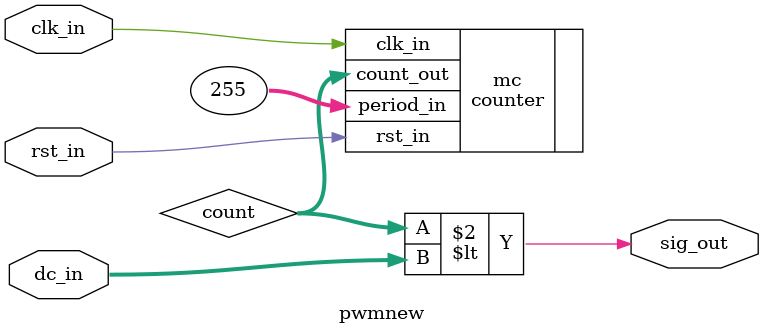
<source format=sv>
module pwmnew(   input wire clk_in,
              input wire rst_in,
              input wire [7:0] dc_in,
              output logic sig_out);
 
    logic [31:0] count;
    counter mc (.clk_in(clk_in),
                .rst_in(rst_in),
                .period_in(255),
                .count_out(count));
    assign sig_out = count<dc_in; //very simple threshold check
endmodule

</source>
